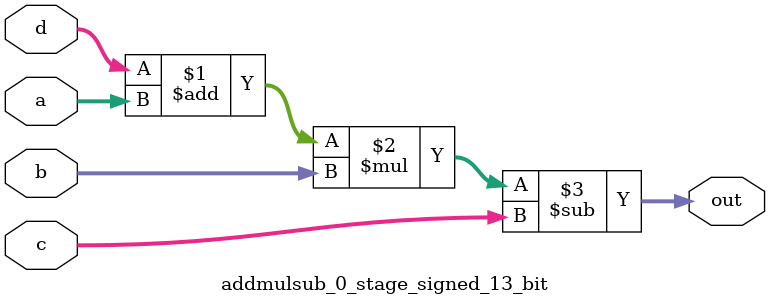
<source format=sv>
(* use_dsp = "yes" *) module addmulsub_0_stage_signed_13_bit(
	input signed [12:0] a,
	input signed [12:0] b,
	input signed [12:0] c,
	input signed [12:0] d,
	output [12:0] out
	);

	assign out = ((d + a) * b) - c;
endmodule

</source>
